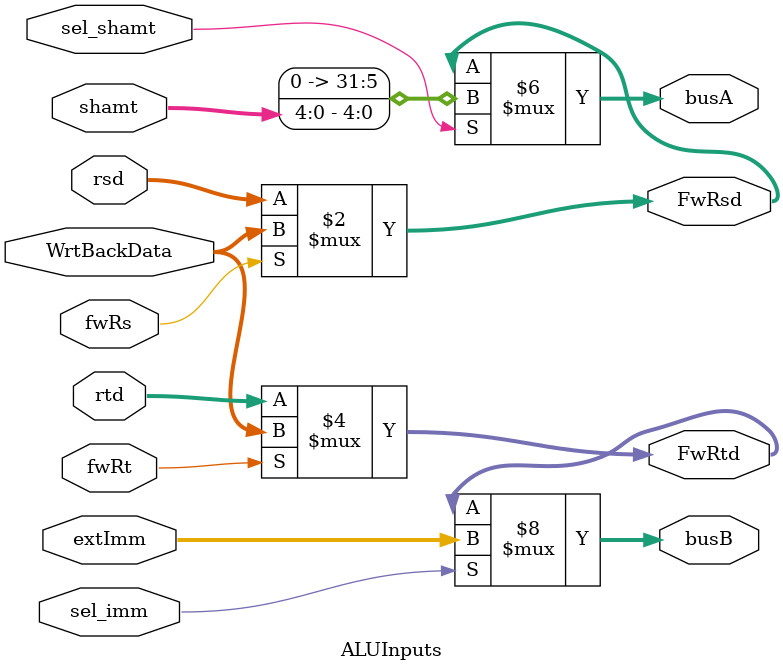
<source format=v>

module ALUInputs(
            input [31:0] rsd, 
            input [31:0] rtd, 
            input [31:0] WrtBackData, 
            input [31:0] extImm,
            input [4:0]  shamt,
            input fwRs, 
            input fwRt, 
            input sel_shamt, 
            input sel_imm,
            output [31:0] busA, 
            output [31:0] busB,
            output [31:0] FwRsd,
            output [31:0] FwRtd
);


    //assigning outputs
    assign FwRsd = (fwRs == 1) ? WrtBackData : rsd;
    assign FwRtd = (fwRt == 1) ? WrtBackData : rtd; 
    
    assign busA  = (sel_shamt == 1) ? {27'b0, shamt} : FwRsd; 
    assign busB  = (sel_imm == 1) ? extImm : FwRtd; 
    

endmodule
</source>
